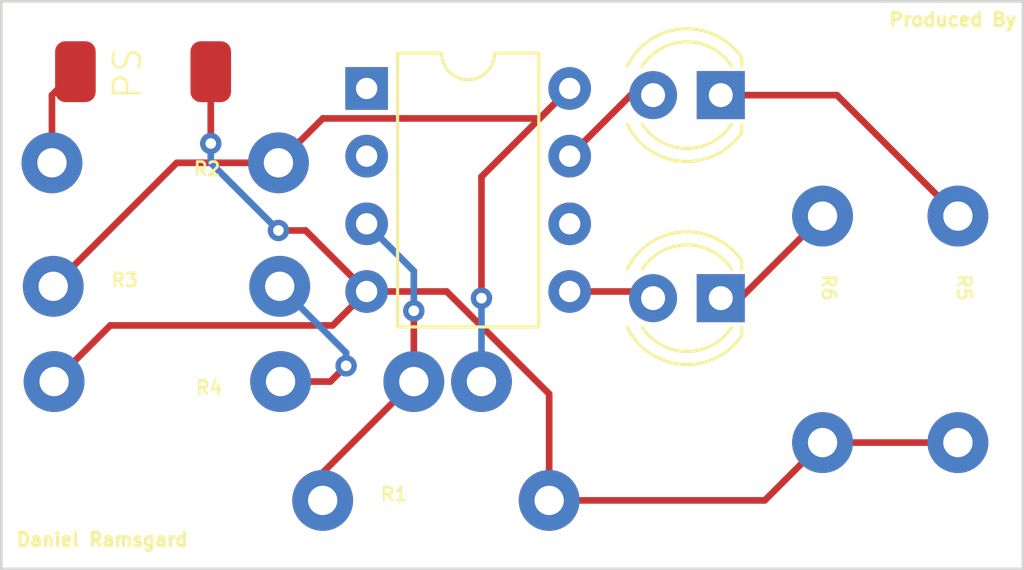
<source format=kicad_pcb>
(kicad_pcb (version 20221018) (generator pcbnew)
  (layers (0 "F.Cu" signal) (31 "B.Cu" signal) (34 "B.Paste" user) (35 "F.Paste" user) (36 "B.SilkS" user "B.Silkscreen") (37 "F.SilkS" user "F.Silkscreen") (38 "B.Mask" user) (39 "F.Mask" user) (44 "Edge.Cuts" user))
  (net 0 "")
  (net 1 "Net-(D1-K)")
  (net 2 "Net-(D1-A)")
  (net 3 "Net-(D2-A)")
  (net 4 "Net-(U1-XTAL2{slash}PB4)")
  (net 5 "Net-(U1-VCC)")
  (net 6 "Net-(U2-VCC)")
  (net 7 "Net-(R3-Pad2)")
  (net 11 "Net-(D2-K)")
  (net 12 "Net-(U1-GND)")
  (footprint "Custom_FP_Lib:Power-Source" (layer "F.Cu") (at 147.32 98.18 90)
    (fp_text reference "U2" hide)
    (fp_text value "~")
    (fp_text user "PS" (at 1.44 0 90 unlocked) (layer "F.SilkS") (effects (font (thickness 0.1)) (justify left bottom)))
    (pad "1" smd roundrect (at 2.54 -2.54 90) (size 2.286 1.524) (layers "F.Cu" "F.Paste" "F.Mask") (net 6 "Net-(U2-VCC)"))
    (pad "2" smd roundrect (at 2.54 2.54 90) (size 2.286 1.524) (layers "F.Cu" "F.Paste" "F.Mask") (net 12 "Net-(U1-GND)"))
  )
  (footprint "Custom_FP_Lib:Through-Hole Resistor" (layer "F.Cu") (at 143.628 104.965)
    (fp_text reference "R3" (at 3 -1.5 unlocked) (layer "F.SilkS") (effects (font (size 0.5 0.5) (thickness 0.1))))
    (fp_text value "10R")
    (pad "1" thru_hole custom (at 0.32 -1.27) (size 2.286 2.286) (drill 1.1) (layers "*.Cu" "*.Mask") (net 5 "Net-(U1-VCC)") (options (clearance outline) (anchor circle)) (primitives))
    (pad "2" thru_hole custom (at 8.82 -1.27) (size 2.286 2.286) (drill 1.1) (layers "*.Cu" "*.Mask") (net 7 "Net-(R3-Pad2)") (options (clearance outline) (anchor circle)) (primitives))
  )
  (footprint "LED_THT:LED_D4.0mm" (layer "F.Cu") (at 169 104.14 180)
    (fp_text reference "D1" hide)
    (fp_text value "LED")
    (fp_line (start -0.79 -1.399) (end -0.79 -1.08) (stroke (width 0.12)) (layer "F.SilkS"))
    (fp_line (start -0.79 1.08) (end -0.79 1.399) (stroke (width 0.12)) (layer "F.SilkS"))
    (fp_arc (start -0.79 -1.398749) (mid 1.453519 -2.483228) (end 3.513242 -1.080724) (stroke (width 0.12)) (layer "F.SilkS"))
    (fp_arc (start -0.41333 -1.08) (mid 1.269429 -2) (end 2.952713 -1.080961) (stroke (width 0.12)) (layer "F.SilkS"))
    (fp_arc (start 2.952713 1.080961) (mid 1.269429 2) (end -0.41333 1.08) (stroke (width 0.12)) (layer "F.SilkS"))
    (fp_arc (start 3.513242 1.080724) (mid 1.453519 2.483228) (end -0.79 1.398749) (stroke (width 0.12)) (layer "F.SilkS"))
    (pad "1" thru_hole rect (at 0 0 180) (size 1.8 1.8) (drill 0.9) (layers "*.Cu" "*.Mask") (net 1 "Net-(D1-K)"))
    (pad "2" thru_hole circle (at 2.54 0 180) (size 1.8 1.8) (drill 0.9) (layers "*.Cu" "*.Mask") (net 2 "Net-(D1-A)"))
  )
  (footprint "Custom_FP_Lib:Through-Hole Cap" (layer "F.Cu") (at 160.02 106 180)
    (fp_text reference "TH1" hide)
    (fp_text value "Thermistor" hide)
    (pad "1" thru_hole custom (at 0 -1.27 180) (size 2.286 2.286) (drill 1.1) (layers "*.Cu" "*.Mask") (net 5 "Net-(U1-VCC)") (options (clearance outline) (anchor circle)) (primitives))
    (pad "2" thru_hole custom (at 2.54 -1.27 180) (size 2.286 2.286) (drill 1.1) (layers "*.Cu" "*.Mask") (net 4 "Net-(U1-XTAL2{slash}PB4)") (options (clearance outline) (anchor circle)) (primitives))
  )
  (footprint "Custom_FP_Lib:Through-Hole Resistor" (layer "F.Cu") (at 176.63 100.74 -90)
    (fp_text reference "R5" (at 3 -1.5 -90 unlocked) (layer "F.SilkS") (effects (font (size 0.5 0.5) (thickness 0.1))))
    (fp_text value "330R")
    (pad "1" thru_hole custom (at 0.32 -1.27 270) (size 2.286 2.286) (drill 1.1) (layers "*.Cu" "*.Mask") (net 11 "Net-(D2-K)") (options (clearance outline) (anchor circle)) (primitives))
    (pad "2" thru_hole custom (at 8.82 -1.27 270) (size 2.286 2.286) (drill 1.1) (layers "*.Cu" "*.Mask") (net 12 "Net-(U1-GND)") (options (clearance outline) (anchor circle)) (primitives))
  )
  (footprint "Custom_FP_Lib:Through-Hole Resistor" (layer "F.Cu") (at 152.8 106 180)
    (fp_text reference "R4" (at 3 -1.5 unlocked) (layer "F.SilkS") (effects (font (size 0.5 0.5) (thickness 0.1))))
    (fp_text value "100R")
    (pad "1" thru_hole custom (at 0.32 -1.27 180) (size 2.286 2.286) (drill 1.1) (layers "*.Cu" "*.Mask") (net 7 "Net-(R3-Pad2)") (options (clearance outline) (anchor circle)) (primitives))
    (pad "2" thru_hole custom (at 8.82 -1.27 180) (size 2.286 2.286) (drill 1.1) (layers "*.Cu" "*.Mask") (net 12 "Net-(U1-GND)") (options (clearance outline) (anchor circle)) (primitives))
  )
  (footprint "Package_DIP:DIP-8_W7.62mm" (layer "F.Cu") (at 155.71 96.27)
    (fp_text reference "U1" hide)
    (fp_text value "ATtiny85-20P")
    (fp_line (start 1.16 -1.33) (end 1.16 8.95) (stroke (width 0.12)) (layer "F.SilkS"))
    (fp_line (start 1.16 8.95) (end 6.46 8.95) (stroke (width 0.12)) (layer "F.SilkS"))
    (fp_line (start 2.81 -1.33) (end 1.16 -1.33) (stroke (width 0.12)) (layer "F.SilkS"))
    (fp_line (start 6.46 -1.33) (end 4.81 -1.33) (stroke (width 0.12)) (layer "F.SilkS"))
    (fp_line (start 6.46 8.95) (end 6.46 -1.33) (stroke (width 0.12)) (layer "F.SilkS"))
    (fp_arc (start 4.81 -1.33) (mid 3.81 -0.33) (end 2.81 -1.33) (stroke (width 0.12)) (layer "F.SilkS"))
    (pad "1" thru_hole rect (at 0 0) (size 1.6 1.6) (drill 0.8) (layers "*.Cu" "*.Mask"))
    (pad "2" thru_hole oval (at 0 2.54) (size 1.6 1.6) (drill 0.8) (layers "*.Cu" "*.Mask"))
    (pad "3" thru_hole oval (at 0 5.08) (size 1.6 1.6) (drill 0.8) (layers "*.Cu" "*.Mask") (net 4 "Net-(U1-XTAL2{slash}PB4)"))
    (pad "4" thru_hole oval (at 0 7.62) (size 1.6 1.6) (drill 0.8) (layers "*.Cu" "*.Mask") (net 12 "Net-(U1-GND)"))
    (pad "5" thru_hole oval (at 7.62 7.62) (size 1.6 1.6) (drill 0.8) (layers "*.Cu" "*.Mask") (net 2 "Net-(D1-A)"))
    (pad "6" thru_hole oval (at 7.62 5.08) (size 1.6 1.6) (drill 0.8) (layers "*.Cu" "*.Mask"))
    (pad "7" thru_hole oval (at 7.62 2.54) (size 1.6 1.6) (drill 0.8) (layers "*.Cu" "*.Mask") (net 3 "Net-(D2-A)"))
    (pad "8" thru_hole oval (at 7.62 0) (size 1.6 1.6) (drill 0.8) (layers "*.Cu" "*.Mask") (net 5 "Net-(U1-VCC)"))
  )
  (footprint "Custom_FP_Lib:Through-Hole Resistor" (layer "F.Cu") (at 152.72 97.79 180)
    (fp_text reference "R2" (at 3 -1.5 unlocked) (layer "F.SilkS") (effects (font (size 0.5 0.5) (thickness 0.1))))
    (fp_text value "100R")
    (pad "1" thru_hole custom (at 0.32 -1.27 180) (size 2.286 2.286) (drill 1.1) (layers "*.Cu" "*.Mask") (net 5 "Net-(U1-VCC)") (options (clearance outline) (anchor circle)) (primitives))
    (pad "2" thru_hole custom (at 8.82 -1.27 180) (size 2.286 2.286) (drill 1.1) (layers "*.Cu" "*.Mask") (net 6 "Net-(U2-VCC)") (options (clearance outline) (anchor circle)) (primitives))
  )
  (footprint "LED_THT:LED_D4.0mm" (layer "F.Cu") (at 169 96.52 180)
    (fp_text reference "D2" hide)
    (fp_text value "LED")
    (fp_line (start -0.79 -1.399) (end -0.79 -1.08) (stroke (width 0.12)) (layer "F.SilkS"))
    (fp_line (start -0.79 1.08) (end -0.79 1.399) (stroke (width 0.12)) (layer "F.SilkS"))
    (fp_arc (start -0.79 -1.398749) (mid 1.453519 -2.483228) (end 3.513242 -1.080724) (stroke (width 0.12)) (layer "F.SilkS"))
    (fp_arc (start -0.41333 -1.08) (mid 1.269429 -2) (end 2.952713 -1.080961) (stroke (width 0.12)) (layer "F.SilkS"))
    (fp_arc (start 2.952713 1.080961) (mid 1.269429 2) (end -0.41333 1.08) (stroke (width 0.12)) (layer "F.SilkS"))
    (fp_arc (start 3.513242 1.080724) (mid 1.453519 2.483228) (end -0.79 1.398749) (stroke (width 0.12)) (layer "F.SilkS"))
    (pad "1" thru_hole rect (at 0 0 180) (size 1.8 1.8) (drill 0.9) (layers "*.Cu" "*.Mask") (net 11 "Net-(D2-K)"))
    (pad "2" thru_hole circle (at 2.54 0 180) (size 1.8 1.8) (drill 0.9) (layers "*.Cu" "*.Mask") (net 3 "Net-(D2-A)"))
  )
  (footprint "Custom_FP_Lib:Through-Hole Resistor" (layer "F.Cu") (at 171.55 100.74 -90)
    (fp_text reference "R6" (at 3 -1.5 -90 unlocked) (layer "F.SilkS") (effects (font (size 0.5 0.5) (thickness 0.1))))
    (fp_text value "330R")
    (pad "1" thru_hole custom (at 0.32 -1.27 270) (size 2.286 2.286) (drill 1.1) (layers "*.Cu" "*.Mask") (net 1 "Net-(D1-K)") (options (clearance outline) (anchor circle)) (primitives))
    (pad "2" thru_hole custom (at 8.82 -1.27 270) (size 2.286 2.286) (drill 1.1) (layers "*.Cu" "*.Mask") (net 12 "Net-(U1-GND)") (options (clearance outline) (anchor circle)) (primitives))
  )
  (footprint "Custom_FP_Lib:Through-Hole Resistor" (layer "F.Cu") (at 153.74 113)
    (fp_text reference "R1" (at 3 -1.5 unlocked) (layer "F.SilkS") (effects (font (size 0.5 0.5) (thickness 0.1))))
    (fp_text value "1000R")
    (pad "1" thru_hole custom (at 0.32 -1.27) (size 2.286 2.286) (drill 1.1) (layers "*.Cu" "*.Mask") (net 4 "Net-(U1-XTAL2{slash}PB4)") (options (clearance outline) (anchor circle)) (primitives))
    (pad "2" thru_hole custom (at 8.82 -1.27) (size 2.286 2.286) (drill 1.1) (layers "*.Cu" "*.Mask") (net 12 "Net-(U1-GND)") (options (clearance outline) (anchor circle)) (primitives))
  )
  (gr_rect (start 142 93) (end 180.34 114.3) (stroke (width 0.1)) (fill none) (layer "Edge.Cuts"))
  (gr_text "Daniel Ramsgard" (at 142.5 113.5) (layer "F.SilkS") (effects (font (size 0.5 0.5) (thickness 0.125)) (justify left bottom)))
  (gr_text "Produced By" (at 175.26 93.98) (layer "F.SilkS") (effects (font (size 0.5 0.5) (thickness 0.125)) (justify left bottom)))
  (segment (start 169.74 104.14) (end 172.82 101.06) (width 0.25) (layer "F.Cu") (net 1))
  (segment (start 169 104.14) (end 169.74 104.14) (width 0.25) (layer "F.Cu") (net 1))
  (segment (start 166.21 103.89) (end 166.46 104.14) (width 0.25) (layer "F.Cu") (net 2))
  (segment (start 163.33 103.89) (end 166.21 103.89) (width 0.25) (layer "F.Cu") (net 2))
  (segment (start 163.33 98.81) (end 165.62 96.52) (width 0.25) (layer "F.Cu") (net 3))
  (segment (start 165.62 96.52) (end 166.46 96.52) (width 0.25) (layer "F.Cu") (net 3))
  (segment (start 154.06 110.69) (end 154.06 111.73) (width 0.25) (layer "F.Cu") (net 4))
  (segment (start 157.48 107.27) (end 154.06 110.69) (width 0.25) (layer "F.Cu") (net 4))
  (segment (start 157.48 107.27) (end 157.48 104.6145) (width 0.25) (layer "F.Cu") (net 4))
  (via (at 157.48 104.6145) (size 0.8) (drill 0.4) (layers "F.Cu" "B.Cu") (net 4))
  (segment (start 157.48 104.6145) (end 157.48 103.12) (width 0.25) (layer "B.Cu") (net 4))
  (segment (start 157.48 103.12) (end 155.71 101.35) (width 0.25) (layer "B.Cu") (net 4))
  (segment (start 162.205 97.395) (end 163.33 96.27) (width 0.25) (layer "F.Cu") (net 5))
  (segment (start 152.4 99.06) (end 154.065 97.395) (width 0.25) (layer "F.Cu") (net 5))
  (segment (start 148.583 99.06) (end 152.4 99.06) (width 0.25) (layer "F.Cu") (net 5))
  (segment (start 160.02 99.58) (end 160.02 104.14) (width 0.25) (layer "F.Cu") (net 5))
  (segment (start 163.33 96.27) (end 160.02 99.58) (width 0.25) (layer "F.Cu") (net 5))
  (segment (start 143.948 103.695) (end 148.583 99.06) (width 0.25) (layer "F.Cu") (net 5))
  (segment (start 154.065 97.395) (end 162.205 97.395) (width 0.25) (layer "F.Cu") (net 5))
  (via (at 160.02 104.14) (size 0.8) (drill 0.4) (layers "F.Cu" "B.Cu") (net 5))
  (segment (start 160.02 104.14) (end 160.02 107.27) (width 0.25) (layer "B.Cu") (net 5))
  (segment (start 143.9 96.52) (end 143.9 99.06) (width 0.25) (layer "F.Cu") (net 6))
  (segment (start 144.78 95.64) (end 143.9 96.52) (width 0.25) (layer "F.Cu") (net 6))
  (segment (start 152.48 107.27) (end 154.35 107.27) (width 0.25) (layer "F.Cu") (net 7))
  (segment (start 154.35 107.27) (end 154.94 106.68) (width 0.25) (layer "F.Cu") (net 7))
  (via (at 154.94 106.68) (size 0.8) (drill 0.4) (layers "F.Cu" "B.Cu") (net 7))
  (segment (start 154.94 106.187) (end 152.448 103.695) (width 0.25) (layer "B.Cu") (net 7))
  (segment (start 154.94 106.68) (end 154.94 106.187) (width 0.25) (layer "B.Cu") (net 7))
  (segment (start 173.36 96.52) (end 177.9 101.06) (width 0.25) (layer "F.Cu") (net 11))
  (segment (start 169 96.52) (end 173.36 96.52) (width 0.25) (layer "F.Cu") (net 11))
  (segment (start 146.087 105.163) (end 143.98 107.27) (width 0.25) (layer "F.Cu") (net 12))
  (segment (start 153.42 101.6) (end 155.71 103.89) (width 0.25) (layer "F.Cu") (net 12))
  (segment (start 162.56 107.733934) (end 158.716066 103.89) (width 0.25) (layer "F.Cu") (net 12))
  (segment (start 152.4 101.6) (end 153.42 101.6) (width 0.25) (layer "F.Cu") (net 12))
  (segment (start 162.56 111.73) (end 162.56 107.733934) (width 0.25) (layer "F.Cu") (net 12))
  (segment (start 155.71 103.89) (end 154.437 105.163) (width 0.25) (layer "F.Cu") (net 12))
  (segment (start 172.82 109.56) (end 177.9 109.56) (width 0.25) (layer "F.Cu") (net 12))
  (segment (start 149.86 95.64) (end 149.86 98.3355) (width 0.25) (layer "F.Cu") (net 12))
  (segment (start 170.65 111.73) (end 172.82 109.56) (width 0.25) (layer "F.Cu") (net 12))
  (segment (start 162.56 111.73) (end 170.65 111.73) (width 0.25) (layer "F.Cu") (net 12))
  (segment (start 150.45 95.05) (end 149.86 95.64) (width 0.25) (layer "F.Cu") (net 12))
  (segment (start 154.437 105.163) (end 146.087 105.163) (width 0.25) (layer "F.Cu") (net 12))
  (segment (start 158.716066 103.89) (end 155.71 103.89) (width 0.25) (layer "F.Cu") (net 12))
  (via (at 152.4 101.6) (size 0.8) (drill 0.4) (layers "F.Cu" "B.Cu") (net 12))
  (via (at 149.86 98.3355) (size 0.8) (drill 0.4) (layers "F.Cu" "B.Cu") (net 12))
  (segment (start 149.86 98.3355) (end 149.86 99.06) (width 0.25) (layer "B.Cu") (net 12))
  (segment (start 149.86 99.06) (end 152.4 101.6) (width 0.25) (layer "B.Cu") (net 12))
)
</source>
